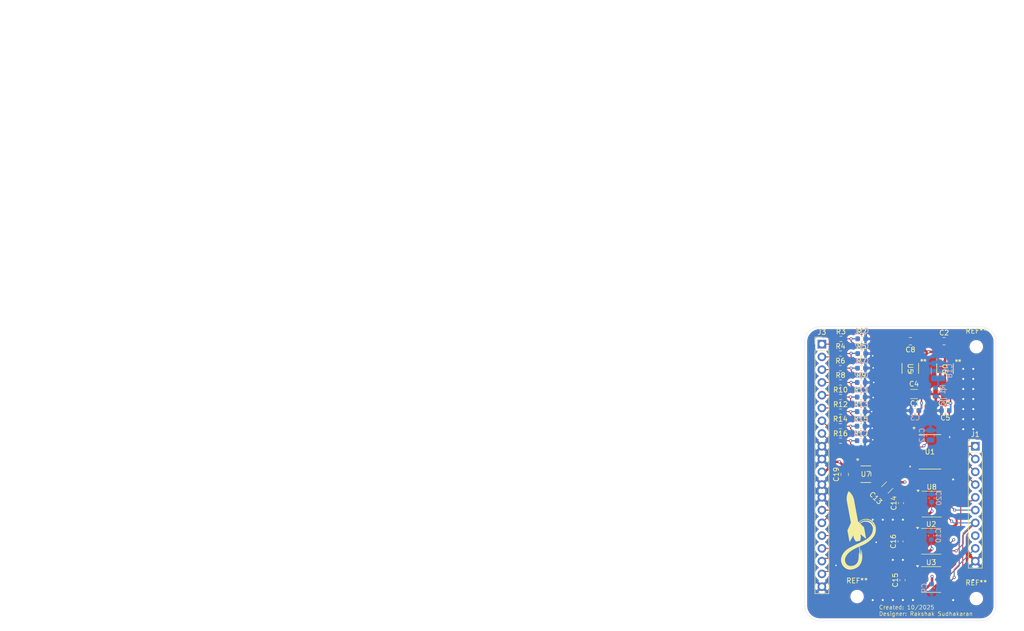
<source format=kicad_pcb>
(kicad_pcb (version 20241229) (generator "pcbnew") (generator_version "9.0")
  (layers (0 "F.Cu" signal) (4 "In1.Cu" signal) (6 "In2.Cu" signal) (2 "B.Cu" signal) (13 "F.Paste" user) (15 "B.Paste" user) (5 "F.SilkS" user "F.Silkscreen") (7 "B.SilkS" user "B.Silkscreen") (1 "F.Mask" user) (3 "B.Mask" user) (25 "Edge.Cuts" user))
  (net 0 "")
  (net 1 "GND")
  (net 2 "/ADC_Power_Supply/AVDDOUT")
  (net 3 "+5V")
  (net 4 "/ADC_Power_Supply/DVDDOUT")
  (net 5 "Net-(U2-V_{CC})")
  (net 6 "Net-(U1-REFIN+{slash}OUT)")
  (net 7 "/T- (Chamber Shell_1)")
  (net 8 "/T+ (Chamber Shell_1)")
  (net 9 "/T+ (N2O)")
  (net 10 "/T- (N2O)")
  (net 11 "/T- (Chamber Shell_2)")
  (net 12 "/T+ (Chamber Shell_2)")
  (net 13 "Net-(C18-Pad1)")
  (net 14 "/GPIO5 (CS_ADC)")
  (net 15 "/GPIO8 (MISO_TCIC)")
  (net 16 "/GPIO4 (MISO_ADC)")
  (net 17 "/GPIO6 (SCK_ADC)")
  (net 18 "/GPIO7 (MOSI_ADC)")
  (net 19 "/GPIO9 (CS Chamber Shell_1)")
  (net 20 "/GPIO12 (CS_N20)")
  (net 21 "/GPIO13 (CS Chamber Shell_2)")
  (net 22 "/GPIO10 (SCK_TCIC)")
  (net 23 "/ADC_AI4")
  (net 24 "/ADC_AI2")
  (net 25 "/ADC_AI7")
  (net 26 "/ADC_AI5")
  (net 27 "/ADC_AI6")
  (net 28 "/ADC_AI3")
  (net 29 "/ADC_AI0")
  (net 30 "/ADC_AI1")
  (net 42 "/ADC_AI_Filt_0")
  (net 43 "/ADC_AI_Filt_1")
  (net 44 "/ADC_AI_Filt_2")
  (net 45 "/ADC_AI_Filt_3")
  (net 46 "/ADC_AI_Filt_4")
  (net 47 "/ADC_AI_Filt_5")
  (net 48 "/ADC_AI_Filt_6")
  (net 49 "/ADC_AI_Filt_7")
  (footprint "Capacitor_SMD:C_0603_1608Metric" (layer "F.Cu") (at 179.425 115.13 90)
    (property "Reference" "C15")
    (property "Value" "10n")
  )
  (footprint "Resistor_SMD:R_0603_1608Metric" (layer "F.Cu") (at 171.275 72.945)
    (property "Reference" "R7")
    (property "Value" "10K")
  )
  (footprint "Resistor_SMD:R_0603_1608Metric" (layer "F.Cu") (at 167.1 70.045)
    (property "Reference" "R4")
    (property "Value" "10K")
  )
  (footprint "Capacitor_SMD:C_0603_1608Metric" (layer "F.Cu") (at 187.95 81.4 180)
    (property "Reference" "C5")
    (property "Value" "100n")
  )
  (footprint "Capacitor_SMD:C_0805_2012Metric" (layer "F.Cu") (at 181 67.6 180)
    (property "Reference" "C8")
    (property "Value" "1u")
  )
  (footprint "Resistor_SMD:R_0603_1608Metric" (layer "F.Cu") (at 171.3 67.125)
    (property "Reference" "R2")
    (property "Value" "10K")
  )
  (footprint "Capacitor_SMD:C_0805_2012Metric" (layer "F.Cu") (at 187.7 67.6)
    (property "Reference" "C2")
    (property "Value" "1u")
  )
  (footprint "TPS70933DBVR:DBV5_TEX" (layer "F.Cu") (at 180.975 73 -90)
    (property "Reference" "U5")
    (property "Value" "TPS70933DBVR")
  )
  (footprint "Capacitor_SMD:C_1206_3216Metric" (layer "F.Cu") (at 187.5 78.1 180)
    (property "Reference" "C7")
    (property "Value" "2.2u")
  )
  (footprint "Resistor_SMD:R_0603_1608Metric" (layer "F.Cu") (at 167.175 67.125)
    (property "Reference" "R3")
    (property "Value" "10K")
  )
  (footprint "Resistor_SMD:R_0603_1608Metric" (layer "F.Cu") (at 171.225 75.8)
    (property "Reference" "R9")
    (property "Value" "10K")
  )
  (footprint "Capacitor_SMD:C_0603_1608Metric" (layer "F.Cu") (at 179.025 107.43 90)
    (property "Reference" "C16")
    (property "Value" "10n")
  )
  (footprint "Resistor_SMD:R_0603_1608Metric" (layer "F.Cu") (at 171.2 78.7)
    (property "Reference" "R11")
    (property "Value" "10K")
  )
  (footprint "MountingHole:MountingHole_2.2mm_M2" (layer "F.Cu") (at 194.1 118.8)
    (property "Reference" "REF**")
    (property "Value" "MountingHole_2.2mm_M2")
  )
  (footprint "MountingHole:MountingHole_2.2mm_M2" (layer "F.Cu") (at 170.4 118.4)
    (property "Reference" "REF**")
    (property "Value" "MountingHole_2.2mm_M2")
  )
  (footprint "MountingHole:MountingHole_2.2mm_M2" (layer "F.Cu") (at 194.1 68.7)
    (property "Reference" "REF**")
    (property "Value" "MountingHole_2.2mm_M2")
  )
  (footprint "Package_SO:SOIC-8_3.9x4.9mm_P1.27mm" (layer "F.Cu") (at 185.125 107.405)
    (property "Reference" "U2")
    (property "Value" "MAX31855KASA")
  )
  (footprint "Capacitor_SMD:C_0603_1608Metric" (layer "F.Cu") (at 181.9 81.4)
    (property "Reference" "C1")
    (property "Value" "100n")
  )
  (footprint "Capacitor_SMD:C_1206_3216Metric" (layer "F.Cu") (at 176.4 96.7 -135)
    (property "Reference" "C13")
    (property "Value" "2.2u")
  )
  (footprint "Resistor_SMD:R_0603_1608Metric" (layer "F.Cu") (at 167.1 75.8)
    (property "Reference" "R8")
    (property "Value" "10K")
  )
  (footprint "Resistor_SMD:R_0603_1608Metric" (layer "F.Cu") (at 167.1 81.6)
    (property "Reference" "R12")
    (property "Value" "10K")
  )
  (footprint "Resistor_SMD:R_0603_1608Metric" (layer "F.Cu") (at 167.075 84.5)
    (property "Reference" "R14")
    (property "Value" "10K")
  )
  (footprint "Capacitor_SMD:C_1206_3216Metric" (layer "F.Cu") (at 181.725 78.1 180)
    (property "Reference" "C4")
    (property "Value" "2.2u")
  )
  (footprint "Package_SO:SOIC-8_3.9x4.9mm_P1.27mm" (layer "F.Cu") (at 185.125 115.005)
    (property "Reference" "U3")
    (property "Value" "MAX31855KASA")
  )
  (footprint "Resistor_SMD:R_0603_1608Metric" (layer "F.Cu") (at 167.075 72.945)
    (property "Reference" "R6")
    (property "Value" "10K")
  )
  (footprint "Connector_PinHeader_2.54mm:PinHeader_1x10_P2.54mm_Vertical" (layer "F.Cu") (at 193.9 88.5)
    (property "Reference" "J1")
    (property "Value" "Conn_01x10_Pin")
  )
  (footprint "Resistor_SMD:R_0603_1608Metric" (layer "F.Cu") (at 171.175 84.5)
    (property "Reference" "R15")
    (property "Value" "10K")
  )
  (footprint "Resistor_SMD:R_0603_1608Metric" (layer "F.Cu") (at 167.1 78.7)
    (property "Reference" "R10")
    (property "Value" "10K")
  )
  (footprint "Resistor_SMD:R_0603_1608Metric" (layer "F.Cu") (at 171.2 87.4)
    (property "Reference" "R17")
    (property "Value" "10K")
  )
  (footprint "MCP3564:TSSOP20_ST_MCH" (layer "F.Cu") (at 184.875 89.6)
    (property "Reference" "U1")
    (property "Value" "MCP3564RT-E/ST")
  )
  (footprint "Capacitor_SMD:C_0603_1608Metric" (layer "F.Cu") (at 179.125 99.805 90)
    (property "Reference" "C14")
    (property "Value" "10n")
  )
  (footprint "Connector_PinHeader_2.54mm:PinHeader_1x20_P2.54mm_Vertical" (layer "F.Cu") (at 163.4 68.175)
    (property "Reference" "J3")
    (property "Value" "Conn_01x20_Pin")
  )
  (footprint "Package_SO:SOIC-8_3.9x4.9mm_P1.27mm" (layer "F.Cu") (at 185.225 100.005)
    (property "Reference" "U8")
    (property "Value" "MAX31855KASA")
  )
  (footprint "Capacitor_SMD:C_0805_2012Metric" (layer "F.Cu") (at 167.93475 94.099999 90)
    (property "Reference" "C19")
    (property "Value" "1u")
  )
  (footprint "Resistor_SMD:R_0603_1608Metric" (layer "F.Cu") (at 171.2 81.6)
    (property "Reference" "R13")
    (property "Value" "10K")
  )
  (footprint "TPS70933DBVR:DBV5_TEX" (layer "F.Cu") (at 172.13475 94.049999)
    (property "Reference" "U7")
    (property "Value" "TPS70933DBVR")
  )
  (footprint "Resistor_SMD:R_0603_1608Metric" (layer "F.Cu") (at 171.3 70.045)
    (property "Reference" "R5")
    (property "Value" "10K")
  )
  (footprint "TPS70933DBVR:DBV5_TEX" (layer "F.Cu") (at 187.875 73.06525 -90)
    (property "Reference" "U6")
    (property "Value" "TPS70933DBVR")
  )
  (footprint "RDT_Logo:RDT_Logo" (layer "F.Cu") (at 169.1 105.3 30)
    (property "Reference" "G***" (hide yes))
    (property "Value" "LOGO" (hide yes))
  )
  (footprint "Resistor_SMD:R_0603_1608Metric" (layer "F.Cu") (at 167.1 87.4)
    (property "Reference" "R16")
    (property "Value" "10K")
  )
  (footprint "Capacitor_SMD:C_0603_1608Metric" (layer "B.Cu") (at 171.2 81.6 180)
    (property "Reference" "C24")
    (property "Value" "100n")
  )
  (footprint "Capacitor_SMD:C_0603_1608Metric" (layer "B.Cu") (at 185.225 98.825 90)
    (property "Reference" "C20")
    (property "Value" "0.1u")
  )
  (footprint "Capacitor_SMD:C_0603_1608Metric" (layer "B.Cu") (at 187.95 81.39 180)
    (property "Reference" "C6")
    (property "Value" "100n")
  )
  (footprint "Capacitor_SMD:C_0603_1608Metric" (layer "B.Cu") (at 171.3 70.045 180)
    (property "Reference" "C17")
    (property "Value" "100n")
  )
  (footprint "Capacitor_SMD:C_0805_2012Metric" (layer "B.Cu") (at 184.975 86.3 -90)
    (property "Reference" "C12")
    (property "Value" "10u")
  )
  (footprint "Capacitor_SMD:C_0603_1608Metric" (layer "B.Cu") (at 181.925 81.4)
    (property "Reference" "C3")
    (property "Value" "100n")
  )
  (footprint "Capacitor_SMD:C_0603_1608Metric" (layer "B.Cu") (at 171.3 67.125 180)
    (property "Reference" "C11")
    (property "Value" "100n")
  )
  (footprint "Capacitor_SMD:C_0603_1608Metric" (layer "B.Cu") (at 171.275 72.945 180)
    (property "Reference" "C21")
    (property "Value" "100n")
  )
  (footprint "Capacitor_SMD:C_1210_3225Metric" (layer "B.Cu") (at 186.5 73.5 90)
    (property "Reference" "C18")
    (property "Value" "10u")
  )
  (footprint "Capacitor_SMD:C_0603_1608Metric" (layer "B.Cu") (at 171.2 75.8 180)
    (property "Reference" "C22")
    (property "Value" "100n")
  )
  (footprint "Capacitor_SMD:C_0603_1608Metric" (layer "B.Cu") (at 171.175 87.4 180)
    (property "Reference" "C26")
    (property "Value" "100n")
  )
  (footprint "Capacitor_SMD:C_0603_1608Metric" (layer "B.Cu") (at 171.175 84.5 180)
    (property "Reference" "C25")
    (property "Value" "100n")
  )
  (footprint "Capacitor_SMD:C_0603_1608Metric" (layer "B.Cu") (at 185.125 106.275 90)
    (property "Reference" "C10")
    (property "Value" "0.1u")
  )
  (footprint "Capacitor_SMD:C_0603_1608Metric" (layer "B.Cu") (at 185.2 116.7 -90)
    (property "Reference" "C9")
    (property "Value" "0.1u")
  )
  (footprint "Capacitor_SMD:C_0603_1608Metric" (layer "B.Cu") (at 171.2 78.7 180)
    (property "Reference" "C23")
    (property "Value" "100n")
  )
  (footprint "Resistor_SMD:R_0603_1608Metric" (layer "B.Cu") (at 186 77.675 90)
    (property "Reference" "R1")
    (property "Value" "0.2")
  )
  (gr_line (start 163 64.7) (end 195 64.7) (stroke (width 0.05)) (layer "Edge.Cuts"))
  (gr_arc (start 195 64.7) (mid 197.12132 65.57868) (end 198 67.7) (stroke (width 0.05)) (layer "Edge.Cuts"))
  (gr_arc (start 163 123.2) (mid 160.87868 122.32132) (end 160 120.2) (stroke (width 0.05)) (layer "Edge.Cuts"))
  (gr_arc (start 198 120.2) (mid 197.12132 122.32132) (end 195 123.2) (stroke (width 0.05)) (layer "Edge.Cuts"))
  (gr_line (start 198 67.7) (end 198 120.2) (stroke (width 0.05)) (layer "Edge.Cuts"))
  (gr_arc (start 160 67.7) (mid 160.87868 65.57868) (end 163 64.7) (stroke (width 0.05)) (layer "Edge.Cuts"))
  (gr_line (start 160 120.2) (end 160 67.7) (stroke (width 0.05)) (layer "Edge.Cuts"))
  (gr_line (start 195 123.2) (end 163 123.2) (stroke (width 0.05)) (layer "Edge.Cuts"))
  (gr_text "Created: 10/2025\nDesigner: Rakshak Sudhakaran" (at 174.7 122.3 0) (layer "F.SilkS") (effects (font (size 0.8 0.8) (thickness 0.1)) (justify left bottom)))
  (segment (start 187.77695 87.325001) (end 189.274999 87.325001) (width 0.2) (layer "F.Cu") (net 1))
  (segment (start 181.97305 87.325001) (end 180.825001 87.325001) (width 0.2) (layer "F.Cu") (net 1))
  (segment (start 180.825001 87.325001) (end 180.7 87.2) (width 0.2) (layer "F.Cu") (net 1))
  (segment (start 189.274999 87.325001) (end 191.5 85.1) (width 0.2) (layer "F.Cu") (net 1))
  (segment (start 181.97305 87.974999) (end 181.97305 87.325001) (width 0.2) (layer "F.Cu") (net 1))
  (via (at 191.5 83.1) (size 0.7) (drill 0.4) (layers "F.Cu" "B.Cu") (net 1))
  (via (at 174.2 107.6) (size 0.6) (drill 0.3) (layers "F.Cu" "B.Cu") (net 1))
  (via (at 173.6 72.9) (size 0.6) (drill 0.3) (layers "F.Cu" "B.Cu") (net 1))
  (via (at 189.5 119.1) (size 0.7) (drill 0.4) (layers "F.Cu" "B.Cu") (net 1))
  (via (at 177.5 103.1) (size 0.7) (drill 0.4) (layers "F.Cu" "B.Cu") (net 1))
  (via (at 179.5 103.1) (size 0.7) (drill 0.4) (layers "F.Cu" "B.Cu") (net 1))
  (via (at 177.5 111.1) (size 0.7) (drill 0.4) (layers "F.Cu" "B.Cu") (net 1))
  (via (at 166.2 112.2) (size 0.6) (drill 0.3) (layers "F.Cu" "B.Cu") (net 1))
  (via (at 193.5 81.1) (size 0.7) (drill 0.4) (layers "F.Cu" "B.Cu") (net 1))
  (via (at 173.7 75.8) (size 0.6) (drill 0.3) (layers "F.Cu" "B.Cu") (net 1))
  (via (at 175.5 119.1) (size 0.7) (drill 0.4) (layers "F.Cu" "B.Cu") (net 1))
  (via (at 193.5 77.1) (size 0.7) (drill 0.4) (layers "F.Cu" "B.Cu") (net 1))
  (via (at 177.5 119.1) (size 0.7) (drill 0.4) (layers "F.Cu" "B.Cu") (net 1))
  (via (at 179.5 111.1) (size 0.7) (drill 0.4) (layers "F.Cu" "B.Cu") (net 1))
  (via (at 191.5 85.1) (size 0.7) (drill 0.4) (layers "F.Cu" "B.Cu") (net 1))
  (via (at 191.5 73.1) (size 0.7) (drill 0.4) (layers "F.Cu" "B.Cu") (net 1))
  (via (at 173.5 87.2) (size 0.6) (drill 0.3) (layers "F.Cu" "B.Cu") (net 1))
  (via (at 193.5 115.1) (size 0.7) (drill 0.4) (layers "F.Cu" "B.Cu") (net 1))
  (via (at 191.5 77.1) (size 0.7) (drill 0.4) (layers "F.Cu" "B.Cu") (net 1))
  (via (at 191.5 79.1) (size 0.7) (drill 0.4) (layers "F.Cu" "B.Cu") (net 1))
  (via (at 193.5 75.1) (size 0.7) (drill 0.4) (layers "F.Cu" "B.Cu") (net 1))
  (via (at 181.5 119.1) (size 0.7) (drill 0.4) (layers "F.Cu" "B.Cu") (net 1))
  (via (at 193.5 73.1) (size 0.7) (drill 0.4) (layers "F.Cu" "B.Cu") (net 1))
  (via (at 191.5 75.1) (size 0.7) (drill 0.4) (layers "F.Cu" "B.Cu") (net 1))
  (via (at 189.5 95.1) (size 0.7) (drill 0.4) (layers "F.Cu" "B.Cu") (net 1))
  (via (at 193.5 83.1) (size 0.7) (drill 0.4) (layers "F.Cu" "B.Cu") (net 1))
  (via (at 173.5 103.1) (size 0.7) (drill 0.4) (layers "F.Cu" "B.Cu") (net 1))
  (via (at 193.5 79.1) (size 0.7) (drill 0.4) (layers "F.Cu" "B.Cu") (net 1))
  (via (at 179.5 119.1) (size 0.7) (drill 0.4) (layers "F.Cu" "B.Cu") (net 1))
  (via (at 173.5 70.5) (size 0.6) (drill 0.3) (layers "F.Cu" "B.Cu") (net 1))
  (via (at 173.3 81.6) (size 0.6) (drill 0.3) (layers "F.Cu" "B.Cu") (net 1))
  (via (at 193.5 85.1) (size 0.7) (drill 0.4) (layers "F.Cu" "B.Cu") (net 1))
  (via (at 175.5 103.1) (size 0.7) (drill 0.4) (layers "F.Cu" "B.Cu") (net 1))
  (via (at 173.4 84.9) (size 0.6) (drill 0.3) (layers "F.Cu" "B.Cu") (net 1))
  (via (at 173.5 119.1) (size 0.7) (drill 0.4) (layers "F.Cu" "B.Cu") (net 1))
  (via (at 173.6 78.8) (size 0.6) (drill 0.3) (layers "F.Cu" "B.Cu") (net 1))
  (via (at 191.5 81.1) (size 0.7) (drill 0.4) (layers "F.Cu" "B.Cu") (net 1))
  (segment (start 181.925001 74.825001) (end 183.2 76.1) (width 0.3) (layer "F.Cu") (net 2))
  (segment (start 182.675 82.825) (end 181.97305 83.52695) (width 0.3) (layer "F.Cu") (net 2))
  (segment (start 183.2 78.1) (end 183.2 79.9) (width 0.3) (layer "F.Cu") (net 2))
  (segment (start 181.97305 83.52695) (end 181.97305 86.675) (width 0.3) (layer "F.Cu") (net 2))
  (segment (start 182.675 81.4) (end 182.675 82.825) (width 0.3) (layer "F.Cu") (net 2))
  (segment (start 181.925001 74.36525) (end 181.925001 74.825001) (width 0.3) (layer "F.Cu") (net 2))
  (segment (start 183.2 76.1) (end 183.2 78.1) (width 0.3) (layer "F.Cu") (net 2))
  (segment (start 183.2 79.9) (end 183.2 80.875) (width 0.3) (layer "F.Cu") (net 2))
  (segment (start 183.2 80.875) (end 182.675 81.4) (width 0.3) (layer "F.Cu") (net 2))
  (via (at 183.2 79.9) (size 0.6) (drill 0.3) (layers "F.Cu" "B.Cu") (net 2))
  (segment (start 183.2 79.9) (end 183.2 80.9) (width 0.3) (layer "B.Cu") (net 2))
  (segment (start 183.2 80.9) (end 182.7 81.4) (width 0.3) (layer "B.Cu") (net 2))
  (segment (start 188.6 69.7) (end 188.8 69.9) (width 0.5) (layer "F.Cu") (net 3))
  (segment (start 188.8 70.3) (end 188.825001 70.325001) (width 0.5) (layer "F.Cu") (net 3))
  (segment (start 184.6 69.7) (end 184.2 69.7) (width 0.5) (layer "F.Cu") (net 3))
  (segment (start 188.8 69.8) (end 188.675 69.675) (width 0.5) (layer "F.Cu") (net 3))
  (segment (start 184.6 69.7) (end 188.6 69.7) (width 0.5) (layer "F.Cu") (net 3))
  (segment (start 167.9 93.115249) (end 167.93475 93.149999) (width 0.5) (layer "F.Cu") (net 3))
  (segment (start 188.8 69.9) (end 188.8 70.3) (width 0.5) (layer "F.Cu") (net 3))
  (segment (start 167.93475 92.63475) (end 166.9 91.6) (width 0.5) (layer "F.Cu") (net 3))
  (segment (start 184.6 69.7) (end 182.66525 71.63475) (width 0.5) (layer "F.Cu") (net 3))
  (segment (start 188.8 69.9) (end 188.8 69.8) (width 0.5) (layer "F.Cu") (net 3))
  (segment (start 182.66525 71.63475) (end 181.925001 71.63475) (width 0.5) (layer "F.Cu") (net 3))
  (segment (start 188.675 69.675) (end 188.675 67.625) (width 0.5) (layer "F.Cu") (net 3))
  (segment (start 182.1 67.6) (end 181.95 67.6) (width 0.5) (layer "F.Cu") (net 3))
  (segment (start 166.9 91.6) (end 166 91.6) (width 0.5) (layer "F.Cu") (net 3))
  (segment (start 167.93475 93.149999) (end 170.719499 93.149999) (width 0.5) (layer "F.Cu") (net 3))
  (segment (start 170.719499 93.149999) (end 170.7695 93.099998) (width 0.5) (layer "F.Cu") (net 3))
  (segment (start 188.675 67.625) (end 188.65 67.6) (width 0.5) (layer "F.Cu") (net 3))
  (segment (start 188.825001 70.325001) (end 188.825001 71.7) (width 0.5) (layer "F.Cu") (net 3))
  (segment (start 184.2 69.7) (end 182.1 67.6) (width 0.5) (layer "F.Cu") (net 3))
  (segment (start 167.93475 93.149999) (end 167.93475 92.63475) (width 0.5) (layer "F.Cu") (net 3))
  (segment (start 164.025 93.575) (end 163.4 93.575) (width 0.5) (layer "F.Cu") (net 3))
  (segment (start 166 91.6) (end 164.025 93.575) (width 0.5) (layer "F.Cu") (net 3))
  (via (at 166.9 91.6) (size 0.6) (drill 0.3) (layers "F.Cu" "B.Cu") (net 3))
  (via (at 184.6 69.7) (size 0.6) (drill 0.3) (layers "F.Cu" "B.Cu") (net 3))
  (segment (start 187.77695 84.72305) (end 187.77695 86.675002) (width 0.3) (layer "F.Cu") (net 4))
  (segment (start 189 81.125) (end 188.725 81.4) (width 0.3) (layer "F.Cu") (net 4))
  (segment (start 188.725 83.775) (end 187.77695 84.72305) (width 0.3) (layer "F.Cu") (net 4))
  (segment (start 188.825001 74.4305) (end 188.825001 77.950001) (width 0.3) (layer "F.Cu") (net 4))
  (segment (start 188.975 78.1) (end 188.975 79.875) (width 0.3) (layer "F.Cu") (net 4))
  (segment (start 188.975 79.875) (end 189 79.9) (width 0.3) (layer "F.Cu") (net 4))
  (segment (start 189 79.9) (end 189 81.125) (width 0.3) (layer "F.Cu") (net 4))
  (segment (start 188.725 81.4) (end 188.725 83.775) (width 0.3) (layer "F.Cu") (net 4))
  (segment (start 188.825001 77.950001) (end 188.975 78.1) (width 0.3) (layer "F.Cu") (net 4))
  (via (at 189 79.9) (size 0.6) (drill 0.3) (layers "F.Cu" "B.Cu") (net 4))
  (segment (start 189 81.115) (end 188.725 81.39) (width 0.3) (layer "B.Cu") (net 4))
  (segment (start 186.4 78.5) (end 187.8 79.9) (width 0.3) (layer "B.Cu") (net 4))
  (segment (start 187.8 79.9) (end 189 79.9) (width 0.3) (layer "B.Cu") (net 4))
  (segment (start 189 79.9) (end 189 81.115) (width 0.3) (layer "B.Cu") (net 4))
  (segment (start 186 78.5) (end 186.4 78.5) (width 0.3) (layer "B.Cu") (net 4))
  (segment (start 179.842983 95.657017) (end 179.9 95.6) (width 0.5) (layer "F.Cu") (net 5))
  (segment (start 185.3 115.6) (end 183.99 116.91) (width 0.5) (layer "F.Cu") (net 5))
  (segment (start 185.3 101.4) (end 184.8 101.9) (width 0.5) (layer "F.Cu") (net 5))
  (segment (start 174.885964 93.099998) (end 177.442983 95.657017) (width 0.5) (layer "F.Cu") (net 5))
  (segment (start 177.442983 95.657017) (end 179.842983 95.657017) (width 0.5) (layer "F.Cu") (net 5))
  (segment (start 184.8 101.9) (end 182.76 101.9) (width 0.5) (layer "F.Cu") (net 5))
  (segment (start 182.76 101.9) (end 182.75 101.91) (width 0.5) (layer "F.Cu") (net 5))
  (segment (start 184.9 109.3) (end 182.66 109.3) (width 0.5) (layer "F.Cu") (net 5))
  (segment (start 182.66 109.3) (end 182.65 109.31) (width 0.5) (layer "F.Cu") (net 5))
  (segment (start 185.3 114.4) (end 185.3 115.6) (width 0.5) (layer "F.Cu") (net 5))
  (segment (start 185.3 108.9) (end 184.9 109.3) (width 0.5) (layer "F.Cu") (net 5))
  (segment (start 173.5 93.099998) (end 174.885964 93.099998) (width 0.5) (layer "F.Cu") (net 5))
  (segment (start 183.99 116.91) (end 182.65 116.91) (width 0.5) (layer "F.Cu") (net 5))
  (via (at 179.9 95.6) (size 0.6) (drill 0.3) (layers "F.Cu" "B.Cu") (net 5))
  (via (at 185.3 114.4) (size 0.6) (drill 0.3) (layers "F.Cu" "B.Cu") (net 5))
  (via (at 185.3 101.4) (size 0.6) (drill 0.3) (layers "F.Cu" "B.Cu") (net 5))
  (via (at 185.3 108.9) (size 0.6) (drill 0.3) (layers "F.Cu" "B.Cu") (net 5))
  (segment (start 185.3 108.6) (end 185.3 108.9) (width 0.2) (layer "B.Cu") (net 5))
  (segment (start 185.2 114.5) (end 185.3 114.4) (width 0.2) (layer "B.Cu") (net 5))
  (segment (start 185.125 108.425) (end 185.125 107.05) (width 0.2) (layer "B.Cu") (net 5))
  (segment (start 185.2 115.925) (end 185.2 114.5) (width 0.2) (layer "B.Cu") (net 5))
  (segment (start 185.225 101.325) (end 185.3 101.4) (width 0.2) (layer "B.Cu") (net 5))
  (segment (start 185.225 99.6) (end 185.225 101.325) (width 0.2) (layer "B.Cu") (net 5))
  (segment (start 185.125 108.425) (end 185.3 108.6) (width 0.2) (layer "B.Cu") (net 5))
  (segment (start 183.675 88.4) (end 183.449999 88.625001) (width 0.2) (layer "F.Cu") (net 6))
  (segment (start 183.449999 88.625001) (end 181.97305 88.625001) (width 0.2) (layer "F.Cu") (net 6))
  (via (at 183.675 88.4) (size 0.6) (drill 0.3) (layers "F.Cu" "B.Cu") (net 6))
  (segment (start 184.975 87.25) (end 184.825 87.25) (width 0.2) (layer "B.Cu") (net 6))
  (segment (start 184.825 87.25) (end 183.675 88.4) (width 0.2) (layer "B.Cu") (net 6))
  (segment (start 181.47 99.37) (end 182.75 99.37) (width 0.2) (layer "F.Cu") (net 7))
  (segment (start 181.13 99.03) (end 181.47 99.37) (width 0.2) (layer "F.Cu") (net 7))
  (segment (start 163.4 101.195) (end 168.495 101.195) (width 0.2) (layer "F.Cu") (net 7))
  (segment (start 168.5 101.2) (end 169.6 100.1) (width 0.2) (layer "F.Cu") (net 7))
  (segment (start 177.77 99.03) (end 179.125 99.03) (width 0.2) (layer "F.Cu") (net 7))
  (segment (start 169.6 100.1) (end 176.7 100.1) (width 0.2) (layer "F.Cu") (net 7))
  (segment (start 176.7 100.1) (end 177.77 99.03) (width 0.2) (layer "F.Cu") (net 7))
  (segment (start 179.125 99.03) (end 181.13 99.03) (width 0.2) (layer "F.Cu") (net 7))
  (segment (start 168.495 101.195) (end 168.5 101.2) (width 0.2) (layer "F.Cu") (net 7))
  (segment (start 169.4 102) (end 170.4 101) (width 0.2) (layer "F.Cu") (net 8))
  (segment (start 163.4 103.735) (end 165.135 102) (width 0.2) (layer "F.Cu") (net 8))
  (segment (start 177.4 101) (end 177.82 100.58) (width 0.2) (layer "F.Cu") (net 8))
  (segment (start 170.4 101) (end 177.4 101) (width 0.2) (layer "F.Cu") (net 8))
  (segment (start 177.82 100.58) (end 179.125 100.58) (width 0.2) (layer "F.Cu") (net 8))
  (segment (start 179.44 100.64) (end 182.75 100.64) (width 0.2) (layer "F.Cu") (net 8))
  (segment (start 165.135 102) (end 169.4 102) (width 0.2) (layer "F.Cu") (net 8))
  (segment (start 179.38 100.58) (end 179.44 100.64) (width 0.2) (layer "F.Cu") (net 8))
  (segment (start 179.125 100.58) (end 179.38 100.58) (width 0.2) (layer "F.Cu") (net 8))
  (segment (start 163.895 113.4) (end 172.5 113.4) (width 0.2) (layer "F.Cu") (net 9))
  (segment (start 163.4 113.895) (end 163.895 113.4) (width 0.2) (layer "F.Cu") (net 9))
  (segment (start 179.595 115.905) (end 179.86 115.64) (width 0.2) (layer "F.Cu") (net 9))
  (segment (start 172.5 113.4) (end 175.005 115.905) (width 0.2) (layer "F.Cu") (net 9))
  (segment (start 175.005 115.905) (end 179.425 115.905) (width 0.2) (layer "F.Cu") (net 9))
  (segment (start 179.425 115.905) (end 179.595 115.905) (width 0.2) (layer "F.Cu") (net 9))
  (segment (start 179.86 115.64) (end 182.65 115.64) (width 0.2) (layer "F.Cu") (net 9))
  (segment (start 171.9 110.8) (end 175.455 114.355) (width 0.2) (layer "F.Cu") (net 10))
  (segment (start 163.4 111.355) (end 163.955 110.8) (width 0.2) (layer "F.Cu") (net 10))
  (segment (start 175.455 114.355) (end 179.425 114.355) (width 0.2) (layer "F.Cu") (net 10))
  (segment (start 179.425 114.355) (end 179.645 114.355) (width 0.2) (layer "F.Cu") (net 10))
  (segment (start 179.66 114.37) (end 182.65 114.37) (width 0.2) (layer "F.Cu") (net 10))
  (segment (start 179.645 114.355) (end 179.66 114.37) (width 0.2) (layer "F.Cu") (net 10))
  (segment (start 163.955 110.8) (end 171.9 110.8) (width 0.2) (layer "F.Cu") (net 10))
  (segment (start 178.645 106.275) (end 179.025 106.655) (width 0.2) (layer "F.Cu") (net 11))
  (segment (start 180.755 106.655) (end 180.87 106.77) (width 0.2) (layer "F.Cu") (net 11))
  (segment (start 163.4 106.275) (end 178.645 106.275) (width 0.2) (layer "F.Cu") (net 11))
  (segment (start 180.87 106.77) (end 180.93 106.77) (width 0.2) (layer "F.Cu") (net 11))
  (segment (start 180.93 106.77) (end 182.65 106.77) (width 0.2) (layer "F.Cu") (net 11))
  (segment (start 179.025 106.655) (end 180.755 106.655) (width 0.2) (layer "F.Cu") (net 11))
  (segment (start 180.695 108.205) (end 180.86 108.04) (width 0.2) (layer "F.Cu") (net 12))
  (segment (start 180.86 108.04) (end 182.65 108.04) (width 0.2) (layer "F.Cu") (net 12))
  (segment (start 176.1 108.2) (end 176.105 108.205) (width 0.2) (layer "F.Cu") (net 12))
  (segment (start 176.105 108.205) (end 179.025 108.205) (width 0.2) (layer "F.Cu") (net 12))
  (segment (start 163.4 108.815) (end 175.485 108.815) (width 0.2) (layer "F.Cu") (net 12))
  (segment (start 179.025 108.205) (end 180.695 108.205) (width 0.2) (layer "F.Cu") (net 12))
  (segment (start 175.485 108.815) (end 176.1 108.2) (width 0.2) (layer "F.Cu") (net 12))
  (segment (start 186.5 76.35) (end 186 76.85) (width 0.3) (layer "B.Cu") (net 13))
  (segment (start 186.5 74.975) (end 186.5 76.35) (width 0.3) (layer "B.Cu") (net 13))
  (segment (start 191.5 93.1) (end 191.5 93.72) (width 0.2) (layer "F.Cu") (net 14))
  (segment (start 191.5 93.72) (end 193.9 96.12) (width 0.2) (layer "F.Cu") (net 14))
  (segment (start 187.77695 91.225001) (end 189.625001 91.225001) (width 0.2) (layer "F.Cu") (net 14))
  (segment (start 189.625001 91.225001) (end 191.5 93.1) (width 0.2) (layer "F.Cu") (net 14))
  (segment (start 187.6 106.77) (end 188.574999 106.77) (width 0.2) (layer "F.Cu") (net 15))
  (segment (start 187.7 99.37) (end 190.7 99.37) (width 0.2) (layer "F.Cu") (net 15))
  (segment (start 188.574999 106.77) (end 190.7 104.644999) (width 0.2) (layer "F.Cu") (net 15))
  (segment (start 188.574999 114.37) (end 190.7 112.244999) (width 0.2) (layer "F.Cu") (net 15))
  (segment (start 193.19 99.37) (end 193.9 98.66) (width 0.2) (layer "F.Cu") (net 15))
  (segment (start 191 104.344999) (end 191 99.37) (width 0.2) (layer "F.Cu") (net 15))
  (segment (start 187.6 114.37) (end 188.574999 114.37) (width 0.2) (layer "F.Cu") (net 15))
  (segment (start 190.7 104.644999) (end 191 104.344999) (width 0.2) (layer "F.Cu") (net 15))
  (segment (start 191 99.37) (end 190.7 99.37) (width 0.2) (layer "F.Cu") (net 15))
  (segment (start 190.7 99.37) (end 193.19 99.37) (width 0.2) (layer "F.Cu") (net 15))
  (segment (start 190.7 112.244999) (end 190.7 104.644999) (width 0.2) (layer "F.Cu") (net 15))
  (segment (start 190.5 88.5) (end 193.9 88.5) (width 0.2) (layer "F.Cu") (net 16))
  (segment (start 189.724998 89.275002) (end 190.5 88.5) (width 0.2) (layer "F.Cu") (net 16))
  (segment (start 187.77695 89.275002) (end 189.724998 89.275002) (width 0.2) (layer "F.Cu") (net 16))
  (segment (start 190.895002 90.575002) (end 193.9 93.58) (width 0.2) (layer "F.Cu") (net 17))
  (segment (start 187.77695 90.575002) (end 190.895002 90.575002) (width 0.2) (layer "F.Cu") (net 17))
  (segment (start 187.77695 89.925001) (end 192.785001 89.925001) (width 0.2) (layer "F.Cu") (net 18))
  (segment (start 192.785001 89.925001) (end 193.9 91.04) (width 0.2) (layer "F.Cu") (net 18))
  (segment (start 189.24 100.64) (end 189.8 101.2) (width 0.2) (layer "F.Cu") (net 19))
  (segment (start 187.7 100.64) (end 189.24 100.64) (width 0.2) (layer "F.Cu") (net 19))
  (via (at 189.8 101.2) (size 0.6) (drill 0.3) (layers "F.Cu" "B.Cu") (net 19))
  (segment (start 189.8 101.2) (end 193.9 101.2) (width 0.2) (layer "B.Cu") (net 19))
  (segment (start 189.7 114.6) (end 188.66 115.64) (width 0.2) (layer "F.Cu") (net 20))
  (segment (start 188.66 115.64) (end 187.6 115.64) (width 0.2) (layer "F.Cu") (net 20))
  (via (at 189.7 114.6) (size 0.6) (drill 0.3) (layers "F.Cu" "B.Cu") (net 20))
  (segment (start 193.9 108.82) (end 189.7 113.02) (width 0.2) (layer "B.Cu") (net 20))
  (segment (start 189.7 113.02) (end 189.7 114.6) (width 0.2) (layer "B.Cu") (net 20))
  (segment (start 188.66 108.04) (end 189.6 107.1) (width 0.2) (layer "F.Cu") (net 21))
  (segment (start 187.6 108.04) (end 188.66 108.04) (width 0.2) (layer "F.Cu") (net 21))
  (via (at 189.6 107.1) (size 0.6) (drill 0.3) (layers "F.Cu" "B.Cu") (net 21))
  (segment (start 188.574999 116.91) (end 191.4 114.084999) (width 0.2) (layer "F.Cu") (net 22))
  (segment (start 190.1 109.3) (end 188.8 109.3) (width 0.2) (layer "F.Cu") (net 22))
  (segment (start 187.6 116.91) (end 188.574999 116.91) (width 0.2) (layer "F.Cu") (net 22))
  (segment (start 191.4 114.084999) (end 191.4 106.24) (width 0.2) (layer "F.Cu") (net 22))
  (segment (start 188.79 109.31) (end 187.6 109.31) (width 0.2) (layer "F.Cu") (net 22))
  (segment (start 191.4 106.24) (end 193.9 103.74) (width 0.2) (layer "F.Cu") (net 22))
  (segment (start 187.7 101.91) (end 189.19 103.4) (width 0.2) (layer "F.Cu") (net 22))
  (segment (start 189.19 103.4) (end 189.2 103.4) (width 0.2) (layer "F.Cu") (net 22))
  (segment (start 188.8 109.3) (end 188.79 109.31) (width 0.2) (layer "F.Cu") (net 22))
  (via (at 190.1 109.3) (size 0.6) (drill 0.3) (layers "F.Cu" "B.Cu") (net 22))
  (via (at 189.2 103.4) (size 0.6) (drill 0.3) (layers "F.Cu" "B.Cu") (net 22))
  (segment (start 193.56 103.74) (end 193.9 103.74) (width 0.2) (layer "B.Cu") (net 22))
  (segment (start 191.5 105.8) (end 193.56 103.74) (width 0.2) (layer "B.Cu") (net 22))
  (segment (start 190.1 109.3) (end 191.5 107.9) (width 0.2) (layer "B.Cu") (net 22))
  (segment (start 191.5 107.9) (end 191.5 105.8) (width 0.2) (layer "B.Cu") (net 22))
  (segment (start 189.2 103.4) (end 189.54 103.74) (width 0.2) (layer "B.Cu") (net 22))
  (segment (start 189.54 103.74) (end 193.9 103.74) (width 0.2) (layer "B.Cu") (net 22))
  (segment (start 163.4 78.335) (end 165.91 78.335) (width 0.2) (layer "F.Cu") (net 23))
  (segment (start 165.91 78.335) (end 166.275 78.7) (width 0.2) (layer "F.Cu") (net 23))
  (segment (start 163.4 73.255) (end 165.94 73.255) (width 0.2) (layer "F.Cu") (net 24))
  (segment (start 165.94 73.255) (end 166.25 72.945) (width 0.2) (layer "F.Cu") (net 24))
  (segment (start 163.4 85.955) (end 164.845 87.4) (width 0.2) (layer "F.Cu") (net 25))
  (segment (start 164.845 87.4) (end 166.275 87.4) (width 0.2) (layer "F.Cu") (net 25))
  (segment (start 165.55 80.875) (end 166.275 81.6) (width 0.2) (layer "F.Cu") (net 26))
  (segment (start 163.4 80.875) (end 165.55 80.875) (width 0.2) (layer "F.Cu") (net 26))
  (segment (start 164.485 84.5) (end 166.25 84.5) (width 0.2) (layer "F.Cu") (net 27))
  (segment (start 163.4 83.415) (end 164.485 84.5) (width 0.2) (layer "F.Cu") (net 27))
  (segment (start 163.4 75.795) (end 166.27 75.795) (width 0.2) (layer "F.Cu") (net 28))
  (segment (start 166.27 75.795) (end 166.275 75.8) (width 0.2) (layer "F.Cu") (net 28))
  (segment (start 163.4 68.175) (end 165.3 68.175) (width 0.2) (layer "F.Cu") (net 29))
  (segment (start 165.3 68.175) (end 166.35 67.125) (width 0.2) (layer "F.Cu") (net 29))
  (segment (start 165.605 70.715) (end 166.275 70.045) (width 0.2) (layer "F.Cu") (net 30))
  (segment (start 163.4 70.715) (end 165.605 70.715) (width 0.2) (layer "F.Cu") (net 30))
  (segment (start 169.2 67.1) (end 169.2 67.6) (width 0.2) (layer "F.Cu") (net 42))
  (segment (start 169.175 67.125) (end 169.2 67.1) (width 0.2) (layer "F.Cu") (net 42))
  (segment (start 169.2 67.6) (end 170.2 68.6) (width 0.2) (layer "F.Cu") (net 42))
  (segment (start 173.1 68.6) (end 177.3 72.8) (width 0.2) (layer "F.Cu") (net 42))
  (segment (start 170.2 68.6) (end 173.1 68.6) (width 0.2) (layer "F.Cu") (net 42))
  (segment (start 177.3 72.8) (end 177.3 82) (width 0.2) (layer "F.Cu") (net 42))
  (segment (start 179.6 87.685801) (end 181.189198 89.274999) (width 0.2) (layer "F.Cu") (net 42))
  (segment (start 169.225 67.125) (end 169.2 67.1) (width 0.2) (layer "F.Cu") (net 42))
  (segment (start 177.3 82) (end 179.6 84.3) (width 0.2) (layer "F.Cu") (net 42))
  (segment (start 168 67.125) (end 169.175 67.125) (width 0.2) (layer "F.Cu") (net 42))
  (segment (start 181.189198 89.274999) (end 181.97305 89.274999) (width 0.2) (layer "F.Cu") (net 42))
  (segment (start 179.6 84.3) (end 179.6 87.685801) (width 0.2) (layer "F.Cu") (net 42))
  (segment (start 170.475 67.125) (end 169.225 67.125) (width 0.2) (layer "F.Cu") (net 42))
  (via (at 169.2 67.1) (size 0.6) (drill 0.3) (layers "F.Cu" "B.Cu") (net 42))
  (segment (start 170.5 67.1) (end 170.525 67.125) (width 0.2) (layer "B.Cu") (net 42))
  (segment (start 169.2 67.1) (end 170.5 67.1) (width 0.2) (layer "B.Cu") (net 42))
  (segment (start 181.189199 89.924998) (end 181.97305 89.924998) (width 0.2) (layer "F.Cu") (net 43))
  (segment (start 167.925 70.045) (end 169.155 70.045) (width 0.2) (layer "F.Cu") (net 43))
  (segment (start 169.155 70.045) (end 169.2 70) (width 0.2) (layer "F.Cu") (net 43))
  (segment (start 169.245 70.045) (end 169.2 70) (width 0.2) (layer "F.Cu") (net 43))
  (segment (start 169.2 70) (end 169.2 70.7) (width 0.2) (layer "F.Cu") (net 43))
  (segment (start 176.5 73.6) (end 176.5 82.2) (width 0.2) (layer "F.Cu") (net 43))
  (segment (start 174.4 71.5) (end 176.5 73.6) (width 0.2) (layer "F.Cu") (net 43))
  (segment (start 179 84.7) (end 179 87.735799) (width 0.2) (layer "F.Cu") (net 43))
  (segment (start 179 87.735799) (end 181.189199 89.924998) (width 0.2) (layer "F.Cu") (net 43))
  (segment (start 176.5 82.2) (end 179 84.7) (width 0.2) (layer "F.Cu") (net 43))
  (segment (start 169.2 70.7) (end 170 71.5) (width 0.2) (layer "F.Cu") (net 43))
  (segment (start 169.2 70) (end 170.43 70) (width 0.2) (layer "F.Cu") (net 43))
  (segment (start 170.43 70) (end 170.475 70.045) (width 0.2) (layer "F.Cu") (net 43))
  (segment (start 170 71.5) (end 174.4 71.5) (width 0.2) (layer "F.Cu") (net 43))
  (via (at 169.2 70) (size 0.6) (drill 0.3) (layers "F.Cu" "B.Cu") (net 43))
  (segment (start 170.48 70) (end 170.525 70.045) (width 0.2) (layer "B.Cu") (net 43))
  (segment (start 169.2 70) (end 170.48 70) (width 0.2) (layer "B.Cu") (net 43))
  (segment (start 169.2 72.945) (end 169.2 73.5) (width 0.2) (layer "F.Cu") (net 44))
  (segment (start 170.1 74.4) (end 175.2 74.4) (width 0.2) (layer "F.Cu") (net 44))
  (segment (start 175.8 75) (end 175.8 82.6) (width 0.2) (layer "F.Cu") (net 44))
  (segment (start 169.2 73.5) (end 170.1 74.4) (width 0.2) (layer "F.Cu") (net 44))
  (segment (start 175.8 82.6) (end 178.3 85.1) (width 0.2) (layer "F.Cu") (net 44))
  (segment (start 169.2 72.945) (end 170.45 72.945) (width 0.2) (layer "F.Cu") (net 44))
  (segment (start 178.3 85.1) (end 178.3 88) (width 0.2) (layer "F.Cu") (net 44))
  (segment (start 180.874999 90.574999) (end 181.97305 90.574999) (width 0.2) (layer "F.Cu") (net 44))
  (segment (start 169.2 72.945) (end 167.9 72.945) (width 0.2) (layer "F.Cu") (net 44))
  (segment (start 178.3 88) (end 180.874999 90.574999) (width 0.2) (layer "F.Cu") (net 44))
  (segment (start 175.2 74.4) (end 175.8 75) (width 0.2) (layer "F.Cu") (net 44))
  (via (at 169.2 72.945) (size 0.6) (drill 0.3) (layers "F.Cu" "B.Cu") (net 44))
  (segment (start 169.2 72.945) (end 170.5 72.945) (width 0.2) (layer "B.Cu") (net 44))
  (segment (start 170.455 72.9) (end 170.5 72.945) (width 0.2) (layer "B.Cu") (net 44))
  (segment (start 177.8 88.2) (end 180.824998 91.224998) (width 0.2) (layer "F.Cu") (net 45))
  (segment (start 177.8 85.5) (end 177.8 88.2) (width 0.2) (layer "F.Cu") (net 45))
  (segment (start 180.824998 91.224998) (end 181.97305 91.224998) (width 0.2) (layer "F.Cu") (net 45))
  (segment (start 169.9 77.1) (end 174.1 77.1) (width 0.2) (layer "F.Cu") (net 45))
  (segment (start 169.2 76.4) (end 169.9 77.1) (width 0.2) (layer "F.Cu") (net 45))
  (segment (start 169.2 75.8) (end 170.4 75.8) (width 0.2) (layer "F.Cu") (net 45))
  (segment (start 174.1 77.1) (end 175.1 78.1) (width 0.2) (layer "F.Cu") (net 45))
  (segment (start 167.925 75.8) (end 169.2 75.8) (width 0.2) (layer "F.Cu") (net 45))
  (segment (start 175.1 82.8) (end 177.8 85.5) (width 0.2) (layer "F.Cu") (net 45))
  (segment (start 175.1 78.1) (end 175.1 82.8) (width 0.2) (layer "F.Cu") (net 45))
  (segment (start 169.2 75.8) (end 169.2 76.4) (width 0.2) (layer "F.Cu") (net 45))
  (via (at 169.2 75.8) (size 0.6) (drill 0.3) (layers "F.Cu" "B.Cu") (net 45))
  (segment (start 170.325 75.9) (end 170.425 75.8) (width 0.2) (layer "B.Cu") (net 45))
  (segment (start 169.2 75.8) (end 170.425 75.8) (width 0.2) (layer "B.Cu") (net 45))
  (segment (start 173.5 80.2) (end 174.3 81) (width 0.2) (layer "F.Cu") (net 46))
  (segment (start 177.1 88.4) (end 180.574999 91.874999) (width 0.2) (layer "F.Cu") (net 46))
  (segment (start 169.1 78.7) (end 169.1 79.4) (width 0.2) (layer "F.Cu") (net 46))
  (segment (start 169.9 80.2) (end 173.5 80.2) (width 0.2) (layer "F.Cu") (net 46))
  (segment (start 169.1 79.4) (end 169.9 80.2) (width 0.2) (layer "F.Cu") (net 46))
  (segment (start 174.3 81) (end 174.3 83.2) (width 0.2) (layer "F.Cu") (net 46))
  (segment (start 177.1 86) (end 177.1 88.4) (width 0.2) (layer "F.Cu") (net 46))
  (segment (start 174.3 83.2) (end 177.1 86) (width 0.2) (layer "F.Cu") (net 46))
  (segment (start 170.375 78.7) (end 169.1 78.7) (width 0.2) (layer "F.Cu") (net 46))
  (segment (start 180.574999 91.874999) (end 181.97305 91.874999) (width 0.2) (layer "F.Cu") (net 46))
  (segment (start 167.925 78.7) (end 169.1 78.7) (width 0.2) (layer "F.Cu") (net 46))
  (via (at 169.1 78.7) (size 0.6) (drill 0.3) (layers "F.Cu" "B.Cu") (net 46))
  (segment (start 169.1 78.7) (end 170.425 78.7) (width 0.2) (layer "B.Cu") (net 46))
  (segment (start 170.375 81.6) (end 169.1 81.6) (width 0.2) (layer "F.Cu") (net 47))
  (segment (start 170.1 83) (end 173 83) (width 0.2) (layer "F.Cu") (net 47))
  (segment (start 176.1 86.1) (end 176.1 88.5) (width 0.2) (layer "F.Cu") (net 47))
  (segment (start 167.925 81.6) (end 169.1 81.6) (width 0.2) (layer "F.Cu") (net 47))
  (segment (start 169.1 82) (end 170.1 83) (width 0.2) (layer "F.Cu") (net 47))
  (segment (start 180.124998 92.524998) (end 181.97305 92.524998) (width 0.2) (layer "F.Cu") (net 47))
  (segment (start 169.1 81.6) (end 169.1 82) (width 0.2) (layer "F.Cu") (net 47))
  (segment (start 176.1 88.5) (end 180.124998 92.524998) (width 0.2) (layer "F.Cu") (net 47))
  (segment (start 173 83) (end 176.1 86.1) (width 0.2) (layer "F.Cu") (net 47))
  (via (at 169.1 81.6) (size 0.6) (drill 0.3) (layers "F.Cu" "B.Cu") (net 47))
  (segment (start 169.1 81.6) (end 170.425 81.6) (width 0.2) (layer "B.Cu") (net 47))
  (segment (start 172.9 85.9) (end 174 85.9) (width 0.2) (layer "F.Cu") (net 48))
  (segment (start 187.175 92.525) (end 187.77695 92.525) (width 0.2) (layer "F.Cu") (net 48))
  (segment (start 170.35 84.5) (end 169.1 84.5) (width 0.2) (layer "F.Cu") (net 48))
  (segment (start 170.003785 85.903785) (end 172.896215 85.903785) (width 0.2) (layer "F.Cu") (net 48))
  (segment (start 186.2 93.5) (end 187.175 92.525) (width 0.2) (layer "F.Cu") (net 48))
  (segment (start 174 85.9) (end 175.2 87.1) (width 0.2) (layer "F.Cu") (net 48))
  (segment (start 172.896215 85.903785) (end 172.9 85.9) (width 0.2) (layer "F.Cu") (net 48))
  (segment (start 169.1 84.5) (end 169.1 85) (width 0.2) (layer "F.Cu") (net 48))
  (segment (start 167.9 84.5) (end 169.1 84.5) (width 0.2) (layer "F.Cu") (net 48))
  (segment (start 175.2 89) (end 179.7 93.5) (width 0.2) (layer "F.Cu") (net 48))
  (segment (start 179.7 93.5) (end 186.2 93.5) (width 0.2) (layer "F.Cu") (net 48))
  (segment (start 169.1 85) (end 170.003785 85.903785) (width 0.2) (layer "F.Cu") (net 48))
  (segment (start 175.2 87.1) (end 175.2 89) (width 0.2) (layer "F.Cu") (net 48))
  (via (at 169.1 84.5) (size 0.6) (drill 0.3) (layers "F.Cu" "B.Cu") (net 48))
  (segment (start 169.1 84.5) (end 170.4 84.5) (width 0.2) (layer "B.Cu") (net 48))
  (segment (start 167.925 87.4) (end 169.1 87.4) (width 0.2) (layer "F.Cu") (net 49))
  (segment (start 170 88.9) (end 169.1 88) (width 0.2) (layer "F.Cu") (net 49))
  (segment (start 169.1 88) (end 169.1 87.4) (width 0.2) (layer "F.Cu") (net 49))
  (segment (start 173.7 88.9) (end 170 88.9) (width 0.2) (layer "F.Cu") (net 49))
  (segment (start 189.4 92.6) (end 188.675002 91.875002) (width 0.2) (layer "F.Cu") (net 49))
  (segment (start 178.9 94.1) (end 173.7 88.9) (width 0.2) (layer "F.Cu") (net 49))
  (segment (start 188.5 94.1) (end 189.4 93.2) (width 0.2) (layer "F.Cu") (net 49))
  (segment (start 170.375 87.4) (end 169.1 87.4) (width 0.2) (layer "F.Cu") (net 49))
  (segment (start 187.751952 91.9) (end 187.77695 91.875002) (width 0.2) (layer "F.Cu") (net 49))
  (segment (start 188.675002 91.875002) (end 187.77695 91.875002) (width 0.2) (layer "F.Cu") (net 49))
  (segment (start 188.5 94.1) (end 178.9 94.1) (width 0.2) (layer "F.Cu") (net 49))
  (segment (start 189.4 93.2) (end 189.4 92.6) (width 0.2) (layer "F.Cu") (net 49))
  (via (at 169.1 87.4) (size 0.6) (drill 0.3) (layers "F.Cu" "B.Cu") (net 49))
  (segment (start 169.1 87.4) (end 170.4 87.4) (width 0.2) (layer "B.Cu") (net 49))
  (zone (net 1) (net_name "GND") (layers "F.Cu" "B.Cu" "In1.Cu" "In2.Cu") (name "stitch_zone_0") (connect_pads (clearance 0.5)) (min_thickness 0.25) (fill yes (thermal_gap 0.5) (thermal_bridge_width 0.5))
    (polygon (pts (xy 202.4 61.1) (xy 157.5 61.1) (xy 157.7 125.2) (xy 202.2 125.3)))
  )
)
</source>
